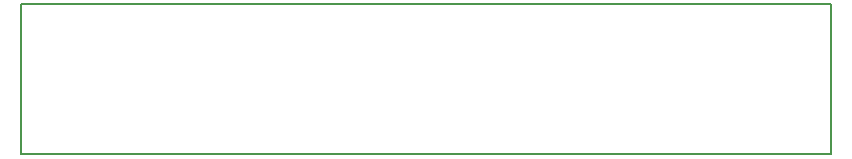
<source format=gko>
%TF.GenerationSoftware,KiCad,Pcbnew,4.0.5-e0-6337~49~ubuntu16.04.1*%
%TF.CreationDate,2017-08-06T10:20:16-07:00*%
%TF.ProjectId,mcphail-photodiode-detector-board,6D63706861696C2D70686F746F64696F,1.0*%
%TF.FileFunction,Profile,NP*%
%FSLAX46Y46*%
G04 Gerber Fmt 4.6, Leading zero omitted, Abs format (unit mm)*
G04 Created by KiCad (PCBNEW 4.0.5-e0-6337~49~ubuntu16.04.1) date Sun Aug  6 10:20:16 2017*
%MOMM*%
%LPD*%
G01*
G04 APERTURE LIST*
%ADD10C,0.350000*%
%ADD11C,0.152400*%
G04 APERTURE END LIST*
D10*
D11*
X163830000Y-96520000D02*
X163830000Y-83820000D01*
X95250000Y-96520000D02*
X163830000Y-96520000D01*
X95250000Y-83820000D02*
X95250000Y-96520000D01*
X163830000Y-83820000D02*
X95250000Y-83820000D01*
M02*

</source>
